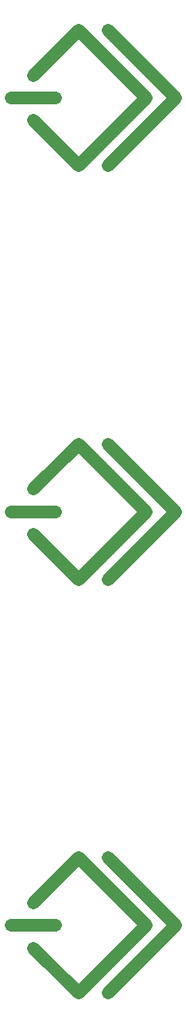
<source format=gbo>
G04 #@! TF.GenerationSoftware,KiCad,Pcbnew,8.0.6*
G04 #@! TF.CreationDate,2024-11-07T02:26:39-08:00*
G04 #@! TF.ProjectId,hvd-50-ce-panel,6876642d-3530-42d6-9365-2d70616e656c,1*
G04 #@! TF.SameCoordinates,Original*
G04 #@! TF.FileFunction,Legend,Bot*
G04 #@! TF.FilePolarity,Positive*
%FSLAX46Y46*%
G04 Gerber Fmt 4.6, Leading zero omitted, Abs format (unit mm)*
G04 Created by KiCad (PCBNEW 8.0.6) date 2024-11-07 02:26:39*
%MOMM*%
%LPD*%
G01*
G04 APERTURE LIST*
%ADD10C,1.350000*%
%ADD11C,1.700000*%
%ADD12C,4.750000*%
%ADD13C,0.500000*%
%ADD14C,2.300000*%
%ADD15C,2.700000*%
%ADD16C,1.950000*%
%ADD17C,6.500000*%
%ADD18C,0.800000*%
%ADD19C,1.200000*%
%ADD20C,2.500000*%
G04 APERTURE END LIST*
D10*
X-49600000Y109002001D02*
X-44800000Y109002001D01*
X-42400000Y28202000D02*
X-47200001Y23402001D01*
X-42400000Y72202000D02*
X-47200001Y67402001D01*
X-49600000Y21002001D02*
X-44800000Y21002001D01*
X-42400000Y101802001D02*
X-35200001Y109002001D01*
X-35200001Y65002001D02*
X-42400000Y72202000D01*
X-32062247Y65002000D02*
X-39250001Y72202000D01*
X-47200001Y18602000D02*
X-42400000Y13802001D01*
X-42400000Y13802001D02*
X-35200001Y21002001D01*
X-42400000Y116202000D02*
X-47200001Y111402001D01*
X-42400000Y57802001D02*
X-35200001Y65002001D01*
X-47200001Y62602000D02*
X-42400000Y57802001D01*
X-39250001Y57802001D02*
X-32062247Y65002000D01*
X-32062247Y109002000D02*
X-39250001Y116202000D01*
X-35200001Y21002001D02*
X-42400000Y28202000D01*
X-47200001Y106602000D02*
X-42400000Y101802001D01*
X-39250001Y13802001D02*
X-32062247Y21002000D01*
X-35200001Y109002001D02*
X-42400000Y116202000D01*
X-39250001Y101802001D02*
X-32062247Y109002000D01*
X-49600000Y65002001D02*
X-44800000Y65002001D01*
X-32062247Y21002000D02*
X-39250001Y28202000D01*
%LPC*%
D11*
G04 #@! TO.C,J5*
X-68320000Y30902000D03*
X-66160000Y30902000D03*
X-64000000Y30902000D03*
X-61840000Y30902000D03*
X-59680000Y30902000D03*
X-57520000Y30902000D03*
X-55360000Y30902000D03*
X-53200000Y30902000D03*
X-51040000Y30902000D03*
X-48880000Y30902000D03*
X-46720000Y30902000D03*
X-44560000Y30902000D03*
X-42400000Y30902000D03*
X-40240000Y30902000D03*
X-38080000Y30902000D03*
X-35920000Y30902000D03*
X-33760000Y30902000D03*
X-31600000Y30902000D03*
X-29440000Y30902000D03*
X-27280000Y30902000D03*
X-25120000Y30902000D03*
X-22960000Y30902000D03*
X-20800000Y30902000D03*
X-18640000Y30902000D03*
X-16480000Y30902000D03*
X-68320000Y35192000D03*
X-66160000Y35192000D03*
X-64000000Y35192000D03*
X-61840000Y35192000D03*
X-59680000Y35192000D03*
X-57520000Y35192000D03*
X-55360000Y35192000D03*
X-53200000Y35192000D03*
X-51040000Y35192000D03*
X-48880000Y35192000D03*
X-46720000Y35192000D03*
X-44560000Y35192000D03*
X-42400000Y35192000D03*
X-40240000Y35192000D03*
X-38080000Y35192000D03*
X-35920000Y35192000D03*
X-33760000Y35192000D03*
X-31600000Y35192000D03*
X-29440000Y35192000D03*
X-27280000Y35192000D03*
X-25120000Y35192000D03*
X-22960000Y35192000D03*
X-20800000Y35192000D03*
X-18640000Y35192000D03*
X-16480000Y35192000D03*
D12*
X-4975000Y33047000D03*
X-79825000Y33047000D03*
G04 #@! TD*
D13*
G04 #@! TO.C,KiKit_MB_8_1*
X-66799000Y51002000D03*
G04 #@! TD*
G04 #@! TO.C,KiKit_MB_11_6*
X-13799001Y41002000D03*
G04 #@! TD*
D14*
G04 #@! TO.C,J3*
X-77340000Y17872000D03*
D15*
X-74800000Y24342000D03*
D16*
X-77340000Y23012000D03*
X-74800000Y21742000D03*
X-77340000Y20472000D03*
X-74800000Y19202000D03*
G04 #@! TD*
D13*
G04 #@! TO.C,KiKit_MB_8_4*
X-69320199Y51002000D03*
G04 #@! TD*
G04 #@! TO.C,KiKit_MB_11_1*
X-18001000Y41002000D03*
G04 #@! TD*
G04 #@! TO.C,KiKit_MB_6_3*
X-69320199Y85002000D03*
G04 #@! TD*
G04 #@! TO.C,KiKit_MB_1_4*
X-16320200Y95002000D03*
G04 #@! TD*
G04 #@! TO.C,KiKit_MB_10_1*
X-71000999Y41002000D03*
G04 #@! TD*
G04 #@! TO.C,KiKit_MB_5_4*
X-16320200Y51002000D03*
G04 #@! TD*
G04 #@! TO.C,KiKit_MB_6_1*
X-71000999Y85002000D03*
G04 #@! TD*
G04 #@! TO.C,KiKit_MB_1_1*
X-13799001Y95002000D03*
G04 #@! TD*
G04 #@! TO.C,KiKit_MB_2_4*
X-68479800Y129002000D03*
G04 #@! TD*
D17*
G04 #@! TO.C,H3*
X-75900000Y11002000D03*
G04 #@! TD*
D14*
G04 #@! TO.C,J3*
X-77340000Y105872000D03*
D15*
X-74800000Y112342000D03*
D16*
X-77340000Y111012000D03*
X-74800000Y109742000D03*
X-77340000Y108472000D03*
X-74800000Y107202000D03*
G04 #@! TD*
D13*
G04 #@! TO.C,KiKit_MB_10_5*
X-67639400Y41002000D03*
G04 #@! TD*
G04 #@! TO.C,KiKit_MB_11_2*
X-17160600Y41002000D03*
G04 #@! TD*
G04 #@! TO.C,KiKit_MB_7_2*
X-17160600Y85002000D03*
G04 #@! TD*
G04 #@! TO.C,KiKit_MB_4_3*
X-68479800Y95002000D03*
G04 #@! TD*
G04 #@! TO.C,KiKit_MB_6_4*
X-68479800Y85002000D03*
G04 #@! TD*
G04 #@! TO.C,KiKit_MB_12_6*
X-71000999Y7002000D03*
G04 #@! TD*
G04 #@! TO.C,KiKit_MB_11_5*
X-14639401Y41002000D03*
G04 #@! TD*
G04 #@! TO.C,KiKit_MB_3_6*
X-13799001Y129002000D03*
G04 #@! TD*
G04 #@! TO.C,KiKit_MB_12_4*
X-69320199Y7002000D03*
G04 #@! TD*
G04 #@! TO.C,KiKit_MB_12_3*
X-68479800Y7002000D03*
G04 #@! TD*
G04 #@! TO.C,KiKit_MB_3_1*
X-18001000Y129002000D03*
G04 #@! TD*
D11*
G04 #@! TO.C,J5*
X-68320000Y118902000D03*
X-66160000Y118902000D03*
X-64000000Y118902000D03*
X-61840000Y118902000D03*
X-59680000Y118902000D03*
X-57520000Y118902000D03*
X-55360000Y118902000D03*
X-53200000Y118902000D03*
X-51040000Y118902000D03*
X-48880000Y118902000D03*
X-46720000Y118902000D03*
X-44560000Y118902000D03*
X-42400000Y118902000D03*
X-40240000Y118902000D03*
X-38080000Y118902000D03*
X-35920000Y118902000D03*
X-33760000Y118902000D03*
X-31600000Y118902000D03*
X-29440000Y118902000D03*
X-27280000Y118902000D03*
X-25120000Y118902000D03*
X-22960000Y118902000D03*
X-20800000Y118902000D03*
X-18640000Y118902000D03*
X-16480000Y118902000D03*
X-68320000Y123192000D03*
X-66160000Y123192000D03*
X-64000000Y123192000D03*
X-61840000Y123192000D03*
X-59680000Y123192000D03*
X-57520000Y123192000D03*
X-55360000Y123192000D03*
X-53200000Y123192000D03*
X-51040000Y123192000D03*
X-48880000Y123192000D03*
X-46720000Y123192000D03*
X-44560000Y123192000D03*
X-42400000Y123192000D03*
X-40240000Y123192000D03*
X-38080000Y123192000D03*
X-35920000Y123192000D03*
X-33760000Y123192000D03*
X-31600000Y123192000D03*
X-29440000Y123192000D03*
X-27280000Y123192000D03*
X-25120000Y123192000D03*
X-22960000Y123192000D03*
X-20800000Y123192000D03*
X-18640000Y123192000D03*
X-16480000Y123192000D03*
D12*
X-4975000Y121047000D03*
X-79825000Y121047000D03*
G04 #@! TD*
D13*
G04 #@! TO.C,KiKit_MB_4_4*
X-69320199Y95002000D03*
G04 #@! TD*
G04 #@! TO.C,KiKit_MB_4_6*
X-71000999Y95002000D03*
G04 #@! TD*
D17*
G04 #@! TO.C,H3*
X-75900000Y55002000D03*
G04 #@! TD*
D13*
G04 #@! TO.C,KiKit_MB_9_6*
X-18001000Y7002000D03*
G04 #@! TD*
G04 #@! TO.C,KiKit_MB_5_1*
X-13799001Y51002000D03*
G04 #@! TD*
G04 #@! TO.C,KiKit_MB_9_2*
X-14639401Y7002000D03*
G04 #@! TD*
G04 #@! TO.C,KiKit_MB_3_5*
X-14639401Y129002000D03*
G04 #@! TD*
G04 #@! TO.C,KiKit_MB_4_1*
X-66799000Y95002000D03*
G04 #@! TD*
G04 #@! TO.C,KiKit_MB_2_2*
X-70160599Y129002000D03*
G04 #@! TD*
G04 #@! TO.C,KiKit_MB_2_6*
X-66799000Y129002000D03*
G04 #@! TD*
G04 #@! TO.C,KiKit_MB_2_5*
X-67639400Y129002000D03*
G04 #@! TD*
G04 #@! TO.C,KiKit_MB_12_5*
X-70160599Y7002000D03*
G04 #@! TD*
D17*
G04 #@! TO.C,H4*
X-8900000Y55002000D03*
G04 #@! TD*
D13*
G04 #@! TO.C,KiKit_MB_6_6*
X-66799000Y85002000D03*
G04 #@! TD*
D14*
G04 #@! TO.C,J3*
X-77340000Y61872000D03*
D15*
X-74800000Y68342000D03*
D16*
X-77340000Y67012000D03*
X-74800000Y65742000D03*
X-77340000Y64472000D03*
X-74800000Y63202000D03*
G04 #@! TD*
D13*
G04 #@! TO.C,KiKit_MB_11_4*
X-15479801Y41002000D03*
G04 #@! TD*
D17*
G04 #@! TO.C,H4*
X-8900000Y11002000D03*
G04 #@! TD*
D13*
G04 #@! TO.C,KiKit_MB_10_6*
X-66799000Y41002000D03*
G04 #@! TD*
D18*
G04 #@! TO.C,J1*
X-20300000Y55002000D03*
D19*
X-64500000Y55002000D03*
G04 #@! TD*
D13*
G04 #@! TO.C,KiKit_MB_3_4*
X-15479801Y129002000D03*
G04 #@! TD*
G04 #@! TO.C,KiKit_MB_9_4*
X-16320200Y7002000D03*
G04 #@! TD*
G04 #@! TO.C,KiKit_MB_8_5*
X-70160599Y51002000D03*
G04 #@! TD*
D18*
G04 #@! TO.C,J1*
X-20300000Y99002000D03*
D19*
X-64500000Y99002000D03*
G04 #@! TD*
D13*
G04 #@! TO.C,KiKit_MB_1_6*
X-18001000Y95002000D03*
G04 #@! TD*
G04 #@! TO.C,KiKit_MB_4_5*
X-70160599Y95002000D03*
G04 #@! TD*
G04 #@! TO.C,KiKit_MB_7_3*
X-16320200Y85002000D03*
G04 #@! TD*
G04 #@! TO.C,KiKit_MB_1_3*
X-15479801Y95002000D03*
G04 #@! TD*
G04 #@! TO.C,KiKit_MB_7_6*
X-13799001Y85002000D03*
G04 #@! TD*
G04 #@! TO.C,KiKit_MB_8_6*
X-71000999Y51002000D03*
G04 #@! TD*
G04 #@! TO.C,KiKit_MB_7_4*
X-15479801Y85002000D03*
G04 #@! TD*
G04 #@! TO.C,KiKit_MB_5_2*
X-14639401Y51002000D03*
G04 #@! TD*
G04 #@! TO.C,KiKit_MB_9_5*
X-17160600Y7002000D03*
G04 #@! TD*
G04 #@! TO.C,KiKit_MB_6_5*
X-67639400Y85002000D03*
G04 #@! TD*
D18*
G04 #@! TO.C,J1*
X-20300000Y11002000D03*
D19*
X-64500000Y11002000D03*
G04 #@! TD*
D13*
G04 #@! TO.C,KiKit_MB_2_3*
X-69320199Y129002000D03*
G04 #@! TD*
G04 #@! TO.C,KiKit_MB_10_3*
X-69320199Y41002000D03*
G04 #@! TD*
G04 #@! TO.C,KiKit_MB_5_5*
X-17160600Y51002000D03*
G04 #@! TD*
G04 #@! TO.C,KiKit_MB_7_5*
X-14639401Y85002000D03*
G04 #@! TD*
G04 #@! TO.C,KiKit_MB_12_1*
X-66799000Y7002000D03*
G04 #@! TD*
G04 #@! TO.C,KiKit_MB_1_5*
X-17160600Y95002000D03*
G04 #@! TD*
G04 #@! TO.C,KiKit_MB_9_1*
X-13799001Y7002000D03*
G04 #@! TD*
D17*
G04 #@! TO.C,H3*
X-75900000Y99002000D03*
G04 #@! TD*
D13*
G04 #@! TO.C,KiKit_MB_3_2*
X-17160600Y129002000D03*
G04 #@! TD*
G04 #@! TO.C,KiKit_MB_10_2*
X-70160599Y41002000D03*
G04 #@! TD*
G04 #@! TO.C,KiKit_MB_8_2*
X-67639400Y51002000D03*
G04 #@! TD*
G04 #@! TO.C,KiKit_MB_8_3*
X-68479800Y51002000D03*
G04 #@! TD*
G04 #@! TO.C,KiKit_MB_7_1*
X-18001000Y85002000D03*
G04 #@! TD*
D11*
G04 #@! TO.C,J5*
X-68320000Y74902000D03*
X-66160000Y74902000D03*
X-64000000Y74902000D03*
X-61840000Y74902000D03*
X-59680000Y74902000D03*
X-57520000Y74902000D03*
X-55360000Y74902000D03*
X-53200000Y74902000D03*
X-51040000Y74902000D03*
X-48880000Y74902000D03*
X-46720000Y74902000D03*
X-44560000Y74902000D03*
X-42400000Y74902000D03*
X-40240000Y74902000D03*
X-38080000Y74902000D03*
X-35920000Y74902000D03*
X-33760000Y74902000D03*
X-31600000Y74902000D03*
X-29440000Y74902000D03*
X-27280000Y74902000D03*
X-25120000Y74902000D03*
X-22960000Y74902000D03*
X-20800000Y74902000D03*
X-18640000Y74902000D03*
X-16480000Y74902000D03*
X-68320000Y79192000D03*
X-66160000Y79192000D03*
X-64000000Y79192000D03*
X-61840000Y79192000D03*
X-59680000Y79192000D03*
X-57520000Y79192000D03*
X-55360000Y79192000D03*
X-53200000Y79192000D03*
X-51040000Y79192000D03*
X-48880000Y79192000D03*
X-46720000Y79192000D03*
X-44560000Y79192000D03*
X-42400000Y79192000D03*
X-40240000Y79192000D03*
X-38080000Y79192000D03*
X-35920000Y79192000D03*
X-33760000Y79192000D03*
X-31600000Y79192000D03*
X-29440000Y79192000D03*
X-27280000Y79192000D03*
X-25120000Y79192000D03*
X-22960000Y79192000D03*
X-20800000Y79192000D03*
X-18640000Y79192000D03*
X-16480000Y79192000D03*
D12*
X-4975000Y77047000D03*
X-79825000Y77047000D03*
G04 #@! TD*
D13*
G04 #@! TO.C,KiKit_MB_10_4*
X-68479800Y41002000D03*
G04 #@! TD*
G04 #@! TO.C,KiKit_MB_11_3*
X-16320200Y41002000D03*
G04 #@! TD*
G04 #@! TO.C,KiKit_MB_6_2*
X-70160599Y85002000D03*
G04 #@! TD*
G04 #@! TO.C,KiKit_MB_12_2*
X-67639400Y7002000D03*
G04 #@! TD*
G04 #@! TO.C,KiKit_MB_5_3*
X-15479801Y51002000D03*
G04 #@! TD*
G04 #@! TO.C,KiKit_MB_2_1*
X-71000999Y129002000D03*
G04 #@! TD*
G04 #@! TO.C,KiKit_MB_4_2*
X-67639400Y95002000D03*
G04 #@! TD*
G04 #@! TO.C,KiKit_MB_3_3*
X-16320200Y129002000D03*
G04 #@! TD*
G04 #@! TO.C,KiKit_MB_5_6*
X-18001000Y51002000D03*
G04 #@! TD*
D17*
G04 #@! TO.C,H4*
X-8900000Y99002000D03*
G04 #@! TD*
D13*
G04 #@! TO.C,KiKit_MB_9_3*
X-15479801Y7002000D03*
G04 #@! TD*
G04 #@! TO.C,KiKit_MB_1_2*
X-14639401Y95002000D03*
G04 #@! TD*
D20*
G04 #@! TO.C,KiKit_FID_B_2*
X-2500000Y133503500D03*
G04 #@! TD*
G04 #@! TO.C,KiKit_FID_B_1*
X-82300000Y133503500D03*
G04 #@! TD*
G04 #@! TO.C,KiKit_FID_B_3*
X-82300000Y2500000D03*
G04 #@! TD*
G36*
X-4956961Y68332315D02*
G01*
X-4911206Y68279511D01*
X-4900000Y68228000D01*
X-4900000Y59276000D01*
X-4919685Y59208961D01*
X-4972489Y59163206D01*
X-5024000Y59152000D01*
X-7276000Y59152000D01*
X-7343039Y59171685D01*
X-7388794Y59224489D01*
X-7400000Y59276000D01*
X-7400000Y68228000D01*
X-7380315Y68295039D01*
X-7327511Y68340794D01*
X-7276000Y68352000D01*
X-5024000Y68352000D01*
X-4956961Y68332315D01*
G37*
G36*
X-4956961Y112332315D02*
G01*
X-4911206Y112279511D01*
X-4900000Y112228000D01*
X-4900000Y103276000D01*
X-4919685Y103208961D01*
X-4972489Y103163206D01*
X-5024000Y103152000D01*
X-7276000Y103152000D01*
X-7343039Y103171685D01*
X-7388794Y103224489D01*
X-7400000Y103276000D01*
X-7400000Y112228000D01*
X-7380315Y112295039D01*
X-7327511Y112340794D01*
X-7276000Y112352000D01*
X-5024000Y112352000D01*
X-4956961Y112332315D01*
G37*
G36*
X-4956961Y24332315D02*
G01*
X-4911206Y24279511D01*
X-4900000Y24228000D01*
X-4900000Y15276000D01*
X-4919685Y15208961D01*
X-4972489Y15163206D01*
X-5024000Y15152000D01*
X-7276000Y15152000D01*
X-7343039Y15171685D01*
X-7388794Y15224489D01*
X-7400000Y15276000D01*
X-7400000Y24228000D01*
X-7380315Y24295039D01*
X-7327511Y24340794D01*
X-7276000Y24352000D01*
X-5024000Y24352000D01*
X-4956961Y24332315D01*
G37*
%LPD*%
M02*

</source>
